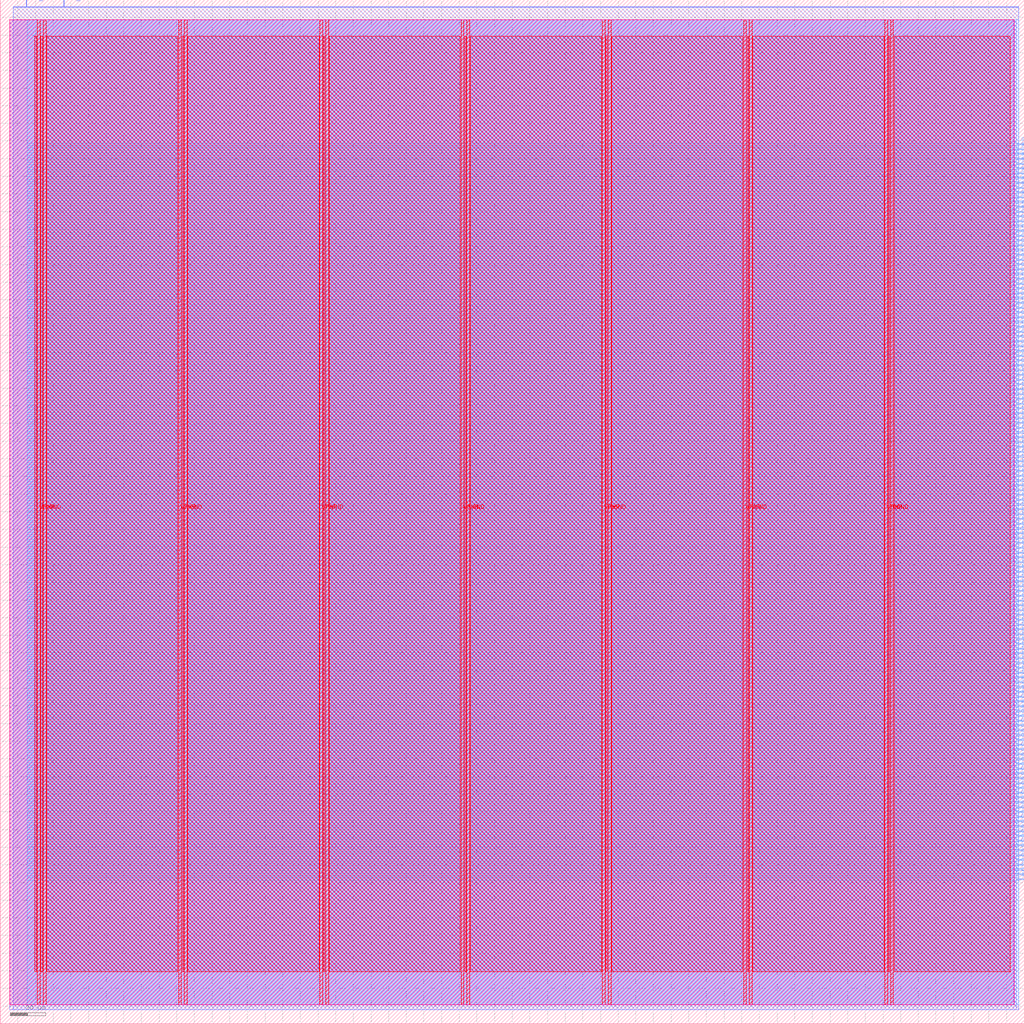
<source format=lef>
VERSION 5.7 ;
  NOWIREEXTENSIONATPIN ON ;
  DIVIDERCHAR "/" ;
  BUSBITCHARS "[]" ;
MACRO ctu_can
  CLASS BLOCK ;
  FOREIGN ctu_can ;
  ORIGIN 0.000 0.000 ;
  SIZE 580.000 BY 580.000 ;
  PIN VGND
    DIRECTION INOUT ;
    USE GROUND ;
    PORT
      LAYER met4 ;
        RECT 24.340 10.640 25.940 568.720 ;
    END
    PORT
      LAYER met4 ;
        RECT 104.340 10.640 105.940 568.720 ;
    END
    PORT
      LAYER met4 ;
        RECT 184.340 10.640 185.940 568.720 ;
    END
    PORT
      LAYER met4 ;
        RECT 264.340 10.640 265.940 568.720 ;
    END
    PORT
      LAYER met4 ;
        RECT 344.340 10.640 345.940 568.720 ;
    END
    PORT
      LAYER met4 ;
        RECT 424.340 10.640 425.940 568.720 ;
    END
    PORT
      LAYER met4 ;
        RECT 504.340 10.640 505.940 568.720 ;
    END
  END VGND
  PIN VPWR
    DIRECTION INOUT ;
    USE POWER ;
    PORT
      LAYER met4 ;
        RECT 21.040 10.640 22.640 568.720 ;
    END
    PORT
      LAYER met4 ;
        RECT 101.040 10.640 102.640 568.720 ;
    END
    PORT
      LAYER met4 ;
        RECT 181.040 10.640 182.640 568.720 ;
    END
    PORT
      LAYER met4 ;
        RECT 261.040 10.640 262.640 568.720 ;
    END
    PORT
      LAYER met4 ;
        RECT 341.040 10.640 342.640 568.720 ;
    END
    PORT
      LAYER met4 ;
        RECT 421.040 10.640 422.640 568.720 ;
    END
    PORT
      LAYER met4 ;
        RECT 501.040 10.640 502.640 568.720 ;
    END
  END VPWR
  PIN adress[0]
    DIRECTION INPUT ;
    USE SIGNAL ;
    PORT
      LAYER met3 ;
        RECT 576.000 457.000 580.000 457.600 ;
    END
  END adress[0]
  PIN adress[10]
    DIRECTION INPUT ;
    USE SIGNAL ;
    ANTENNAGATEAREA 0.560700 ;
    ANTENNADIFFAREA 0.434700 ;
    PORT
      LAYER met3 ;
        RECT 576.000 484.200 580.000 484.800 ;
    END
  END adress[10]
  PIN adress[11]
    DIRECTION INPUT ;
    USE SIGNAL ;
    ANTENNAGATEAREA 0.560700 ;
    ANTENNADIFFAREA 0.434700 ;
    PORT
      LAYER met3 ;
        RECT 576.000 486.920 580.000 487.520 ;
    END
  END adress[11]
  PIN adress[12]
    DIRECTION INPUT ;
    USE SIGNAL ;
    PORT
      LAYER met3 ;
        RECT 576.000 489.640 580.000 490.240 ;
    END
  END adress[12]
  PIN adress[13]
    DIRECTION INPUT ;
    USE SIGNAL ;
    PORT
      LAYER met3 ;
        RECT 576.000 492.360 580.000 492.960 ;
    END
  END adress[13]
  PIN adress[14]
    DIRECTION INPUT ;
    USE SIGNAL ;
    PORT
      LAYER met3 ;
        RECT 576.000 495.080 580.000 495.680 ;
    END
  END adress[14]
  PIN adress[15]
    DIRECTION INPUT ;
    USE SIGNAL ;
    PORT
      LAYER met3 ;
        RECT 576.000 497.800 580.000 498.400 ;
    END
  END adress[15]
  PIN adress[1]
    DIRECTION INPUT ;
    USE SIGNAL ;
    PORT
      LAYER met3 ;
        RECT 576.000 459.720 580.000 460.320 ;
    END
  END adress[1]
  PIN adress[2]
    DIRECTION INPUT ;
    USE SIGNAL ;
    ANTENNAGATEAREA 0.560700 ;
    ANTENNADIFFAREA 0.434700 ;
    PORT
      LAYER met3 ;
        RECT 576.000 462.440 580.000 463.040 ;
    END
  END adress[2]
  PIN adress[3]
    DIRECTION INPUT ;
    USE SIGNAL ;
    ANTENNAGATEAREA 0.560700 ;
    ANTENNADIFFAREA 0.434700 ;
    PORT
      LAYER met3 ;
        RECT 576.000 465.160 580.000 465.760 ;
    END
  END adress[3]
  PIN adress[4]
    DIRECTION INPUT ;
    USE SIGNAL ;
    ANTENNAGATEAREA 0.560700 ;
    ANTENNADIFFAREA 0.434700 ;
    PORT
      LAYER met3 ;
        RECT 576.000 467.880 580.000 468.480 ;
    END
  END adress[4]
  PIN adress[5]
    DIRECTION INPUT ;
    USE SIGNAL ;
    ANTENNAGATEAREA 0.560700 ;
    ANTENNADIFFAREA 0.434700 ;
    PORT
      LAYER met3 ;
        RECT 576.000 470.600 580.000 471.200 ;
    END
  END adress[5]
  PIN adress[6]
    DIRECTION INPUT ;
    USE SIGNAL ;
    ANTENNAGATEAREA 0.560700 ;
    ANTENNADIFFAREA 0.434700 ;
    PORT
      LAYER met3 ;
        RECT 576.000 473.320 580.000 473.920 ;
    END
  END adress[6]
  PIN adress[7]
    DIRECTION INPUT ;
    USE SIGNAL ;
    ANTENNAGATEAREA 0.560700 ;
    ANTENNADIFFAREA 0.434700 ;
    PORT
      LAYER met3 ;
        RECT 576.000 476.040 580.000 476.640 ;
    END
  END adress[7]
  PIN adress[8]
    DIRECTION INPUT ;
    USE SIGNAL ;
    ANTENNAGATEAREA 0.560700 ;
    ANTENNADIFFAREA 0.434700 ;
    PORT
      LAYER met3 ;
        RECT 576.000 478.760 580.000 479.360 ;
    END
  END adress[8]
  PIN adress[9]
    DIRECTION INPUT ;
    USE SIGNAL ;
    ANTENNAGATEAREA 0.560700 ;
    ANTENNADIFFAREA 0.434700 ;
    PORT
      LAYER met3 ;
        RECT 576.000 481.480 580.000 482.080 ;
    END
  END adress[9]
  PIN can_rx
    DIRECTION INPUT ;
    USE SIGNAL ;
    ANTENNAGATEAREA 0.560700 ;
    ANTENNADIFFAREA 0.434700 ;
    PORT
      LAYER met2 ;
        RECT 14.810 576.000 15.090 580.000 ;
    END
  END can_rx
  PIN can_tx
    DIRECTION OUTPUT ;
    USE SIGNAL ;
    ANTENNAGATEAREA 0.434700 ;
    ANTENNADIFFAREA 3.107700 ;
    PORT
      LAYER met2 ;
        RECT 35.970 576.000 36.250 580.000 ;
    END
  END can_tx
  PIN clk_sys
    DIRECTION INPUT ;
    USE SIGNAL ;
    ANTENNAGATEAREA 1.286700 ;
    ANTENNADIFFAREA 0.434700 ;
    PORT
      LAYER met3 ;
        RECT 576.000 84.360 580.000 84.960 ;
    END
  END clk_sys
  PIN data_in[0]
    DIRECTION INPUT ;
    USE SIGNAL ;
    ANTENNAGATEAREA 0.560700 ;
    ANTENNADIFFAREA 0.434700 ;
    PORT
      LAYER met3 ;
        RECT 576.000 89.800 580.000 90.400 ;
    END
  END data_in[0]
  PIN data_in[10]
    DIRECTION INPUT ;
    USE SIGNAL ;
    ANTENNAGATEAREA 0.560700 ;
    ANTENNADIFFAREA 0.434700 ;
    PORT
      LAYER met3 ;
        RECT 576.000 117.000 580.000 117.600 ;
    END
  END data_in[10]
  PIN data_in[11]
    DIRECTION INPUT ;
    USE SIGNAL ;
    ANTENNAGATEAREA 0.560700 ;
    ANTENNADIFFAREA 0.434700 ;
    PORT
      LAYER met3 ;
        RECT 576.000 119.720 580.000 120.320 ;
    END
  END data_in[11]
  PIN data_in[12]
    DIRECTION INPUT ;
    USE SIGNAL ;
    ANTENNAGATEAREA 0.560700 ;
    ANTENNADIFFAREA 0.434700 ;
    PORT
      LAYER met3 ;
        RECT 576.000 122.440 580.000 123.040 ;
    END
  END data_in[12]
  PIN data_in[13]
    DIRECTION INPUT ;
    USE SIGNAL ;
    ANTENNAGATEAREA 0.560700 ;
    ANTENNADIFFAREA 0.434700 ;
    PORT
      LAYER met3 ;
        RECT 576.000 125.160 580.000 125.760 ;
    END
  END data_in[13]
  PIN data_in[14]
    DIRECTION INPUT ;
    USE SIGNAL ;
    ANTENNAGATEAREA 0.560700 ;
    ANTENNADIFFAREA 0.434700 ;
    PORT
      LAYER met3 ;
        RECT 576.000 127.880 580.000 128.480 ;
    END
  END data_in[14]
  PIN data_in[15]
    DIRECTION INPUT ;
    USE SIGNAL ;
    ANTENNAGATEAREA 0.560700 ;
    ANTENNADIFFAREA 0.434700 ;
    PORT
      LAYER met3 ;
        RECT 576.000 130.600 580.000 131.200 ;
    END
  END data_in[15]
  PIN data_in[16]
    DIRECTION INPUT ;
    USE SIGNAL ;
    ANTENNAGATEAREA 0.560700 ;
    ANTENNADIFFAREA 0.434700 ;
    PORT
      LAYER met3 ;
        RECT 576.000 133.320 580.000 133.920 ;
    END
  END data_in[16]
  PIN data_in[17]
    DIRECTION INPUT ;
    USE SIGNAL ;
    ANTENNAGATEAREA 0.560700 ;
    ANTENNADIFFAREA 0.434700 ;
    PORT
      LAYER met3 ;
        RECT 576.000 136.040 580.000 136.640 ;
    END
  END data_in[17]
  PIN data_in[18]
    DIRECTION INPUT ;
    USE SIGNAL ;
    ANTENNAGATEAREA 0.560700 ;
    ANTENNADIFFAREA 0.434700 ;
    PORT
      LAYER met3 ;
        RECT 576.000 138.760 580.000 139.360 ;
    END
  END data_in[18]
  PIN data_in[19]
    DIRECTION INPUT ;
    USE SIGNAL ;
    ANTENNAGATEAREA 0.560700 ;
    ANTENNADIFFAREA 0.434700 ;
    PORT
      LAYER met3 ;
        RECT 576.000 141.480 580.000 142.080 ;
    END
  END data_in[19]
  PIN data_in[1]
    DIRECTION INPUT ;
    USE SIGNAL ;
    ANTENNAGATEAREA 0.560700 ;
    ANTENNADIFFAREA 0.434700 ;
    PORT
      LAYER met3 ;
        RECT 576.000 92.520 580.000 93.120 ;
    END
  END data_in[1]
  PIN data_in[20]
    DIRECTION INPUT ;
    USE SIGNAL ;
    ANTENNAGATEAREA 0.560700 ;
    ANTENNADIFFAREA 0.434700 ;
    PORT
      LAYER met3 ;
        RECT 576.000 144.200 580.000 144.800 ;
    END
  END data_in[20]
  PIN data_in[21]
    DIRECTION INPUT ;
    USE SIGNAL ;
    ANTENNAGATEAREA 0.560700 ;
    ANTENNADIFFAREA 0.434700 ;
    PORT
      LAYER met3 ;
        RECT 576.000 146.920 580.000 147.520 ;
    END
  END data_in[21]
  PIN data_in[22]
    DIRECTION INPUT ;
    USE SIGNAL ;
    ANTENNAGATEAREA 0.560700 ;
    ANTENNADIFFAREA 0.434700 ;
    PORT
      LAYER met3 ;
        RECT 576.000 149.640 580.000 150.240 ;
    END
  END data_in[22]
  PIN data_in[23]
    DIRECTION INPUT ;
    USE SIGNAL ;
    ANTENNAGATEAREA 0.560700 ;
    ANTENNADIFFAREA 0.434700 ;
    PORT
      LAYER met3 ;
        RECT 576.000 152.360 580.000 152.960 ;
    END
  END data_in[23]
  PIN data_in[24]
    DIRECTION INPUT ;
    USE SIGNAL ;
    ANTENNAGATEAREA 0.560700 ;
    ANTENNADIFFAREA 0.434700 ;
    PORT
      LAYER met3 ;
        RECT 576.000 155.080 580.000 155.680 ;
    END
  END data_in[24]
  PIN data_in[25]
    DIRECTION INPUT ;
    USE SIGNAL ;
    ANTENNAGATEAREA 0.560700 ;
    ANTENNADIFFAREA 0.434700 ;
    PORT
      LAYER met3 ;
        RECT 576.000 157.800 580.000 158.400 ;
    END
  END data_in[25]
  PIN data_in[26]
    DIRECTION INPUT ;
    USE SIGNAL ;
    ANTENNAGATEAREA 0.560700 ;
    ANTENNADIFFAREA 0.434700 ;
    PORT
      LAYER met3 ;
        RECT 576.000 160.520 580.000 161.120 ;
    END
  END data_in[26]
  PIN data_in[27]
    DIRECTION INPUT ;
    USE SIGNAL ;
    ANTENNAGATEAREA 0.560700 ;
    ANTENNADIFFAREA 0.434700 ;
    PORT
      LAYER met3 ;
        RECT 576.000 163.240 580.000 163.840 ;
    END
  END data_in[27]
  PIN data_in[28]
    DIRECTION INPUT ;
    USE SIGNAL ;
    ANTENNAGATEAREA 0.560700 ;
    ANTENNADIFFAREA 0.434700 ;
    PORT
      LAYER met3 ;
        RECT 576.000 165.960 580.000 166.560 ;
    END
  END data_in[28]
  PIN data_in[29]
    DIRECTION INPUT ;
    USE SIGNAL ;
    ANTENNAGATEAREA 0.560700 ;
    ANTENNADIFFAREA 0.434700 ;
    PORT
      LAYER met3 ;
        RECT 576.000 168.680 580.000 169.280 ;
    END
  END data_in[29]
  PIN data_in[2]
    DIRECTION INPUT ;
    USE SIGNAL ;
    ANTENNAGATEAREA 0.560700 ;
    ANTENNADIFFAREA 0.434700 ;
    PORT
      LAYER met3 ;
        RECT 576.000 95.240 580.000 95.840 ;
    END
  END data_in[2]
  PIN data_in[30]
    DIRECTION INPUT ;
    USE SIGNAL ;
    ANTENNAGATEAREA 0.560700 ;
    ANTENNADIFFAREA 0.434700 ;
    PORT
      LAYER met3 ;
        RECT 576.000 171.400 580.000 172.000 ;
    END
  END data_in[30]
  PIN data_in[31]
    DIRECTION INPUT ;
    USE SIGNAL ;
    ANTENNAGATEAREA 0.560700 ;
    ANTENNADIFFAREA 0.434700 ;
    PORT
      LAYER met3 ;
        RECT 576.000 174.120 580.000 174.720 ;
    END
  END data_in[31]
  PIN data_in[3]
    DIRECTION INPUT ;
    USE SIGNAL ;
    ANTENNAGATEAREA 0.560700 ;
    ANTENNADIFFAREA 0.434700 ;
    PORT
      LAYER met3 ;
        RECT 576.000 97.960 580.000 98.560 ;
    END
  END data_in[3]
  PIN data_in[4]
    DIRECTION INPUT ;
    USE SIGNAL ;
    ANTENNAGATEAREA 0.560700 ;
    ANTENNADIFFAREA 0.434700 ;
    PORT
      LAYER met3 ;
        RECT 576.000 100.680 580.000 101.280 ;
    END
  END data_in[4]
  PIN data_in[5]
    DIRECTION INPUT ;
    USE SIGNAL ;
    ANTENNAGATEAREA 0.560700 ;
    ANTENNADIFFAREA 0.434700 ;
    PORT
      LAYER met3 ;
        RECT 576.000 103.400 580.000 104.000 ;
    END
  END data_in[5]
  PIN data_in[6]
    DIRECTION INPUT ;
    USE SIGNAL ;
    ANTENNAGATEAREA 0.560700 ;
    ANTENNADIFFAREA 0.434700 ;
    PORT
      LAYER met3 ;
        RECT 576.000 106.120 580.000 106.720 ;
    END
  END data_in[6]
  PIN data_in[7]
    DIRECTION INPUT ;
    USE SIGNAL ;
    ANTENNAGATEAREA 0.560700 ;
    ANTENNADIFFAREA 0.434700 ;
    PORT
      LAYER met3 ;
        RECT 576.000 108.840 580.000 109.440 ;
    END
  END data_in[7]
  PIN data_in[8]
    DIRECTION INPUT ;
    USE SIGNAL ;
    ANTENNAGATEAREA 0.560700 ;
    ANTENNADIFFAREA 0.434700 ;
    PORT
      LAYER met3 ;
        RECT 576.000 111.560 580.000 112.160 ;
    END
  END data_in[8]
  PIN data_in[9]
    DIRECTION INPUT ;
    USE SIGNAL ;
    ANTENNAGATEAREA 0.560700 ;
    ANTENNADIFFAREA 0.434700 ;
    PORT
      LAYER met3 ;
        RECT 576.000 114.280 580.000 114.880 ;
    END
  END data_in[9]
  PIN data_out[0]
    DIRECTION OUTPUT ;
    USE SIGNAL ;
    ANTENNAGATEAREA 0.434700 ;
    ANTENNADIFFAREA 3.107700 ;
    PORT
      LAYER met3 ;
        RECT 576.000 369.960 580.000 370.560 ;
    END
  END data_out[0]
  PIN data_out[10]
    DIRECTION OUTPUT ;
    USE SIGNAL ;
    ANTENNAGATEAREA 0.434700 ;
    ANTENNADIFFAREA 3.107700 ;
    PORT
      LAYER met3 ;
        RECT 576.000 397.160 580.000 397.760 ;
    END
  END data_out[10]
  PIN data_out[11]
    DIRECTION OUTPUT ;
    USE SIGNAL ;
    ANTENNAGATEAREA 0.434700 ;
    ANTENNADIFFAREA 3.107700 ;
    PORT
      LAYER met3 ;
        RECT 576.000 399.880 580.000 400.480 ;
    END
  END data_out[11]
  PIN data_out[12]
    DIRECTION OUTPUT ;
    USE SIGNAL ;
    ANTENNAGATEAREA 0.434700 ;
    ANTENNADIFFAREA 3.107700 ;
    PORT
      LAYER met3 ;
        RECT 576.000 402.600 580.000 403.200 ;
    END
  END data_out[12]
  PIN data_out[13]
    DIRECTION OUTPUT ;
    USE SIGNAL ;
    ANTENNAGATEAREA 0.434700 ;
    ANTENNADIFFAREA 3.107700 ;
    PORT
      LAYER met3 ;
        RECT 576.000 405.320 580.000 405.920 ;
    END
  END data_out[13]
  PIN data_out[14]
    DIRECTION OUTPUT ;
    USE SIGNAL ;
    ANTENNAGATEAREA 0.434700 ;
    ANTENNADIFFAREA 3.107700 ;
    PORT
      LAYER met3 ;
        RECT 576.000 408.040 580.000 408.640 ;
    END
  END data_out[14]
  PIN data_out[15]
    DIRECTION OUTPUT ;
    USE SIGNAL ;
    ANTENNAGATEAREA 0.434700 ;
    ANTENNADIFFAREA 3.107700 ;
    PORT
      LAYER met3 ;
        RECT 576.000 410.760 580.000 411.360 ;
    END
  END data_out[15]
  PIN data_out[16]
    DIRECTION OUTPUT ;
    USE SIGNAL ;
    ANTENNAGATEAREA 0.434700 ;
    ANTENNADIFFAREA 3.107700 ;
    PORT
      LAYER met3 ;
        RECT 576.000 413.480 580.000 414.080 ;
    END
  END data_out[16]
  PIN data_out[17]
    DIRECTION OUTPUT ;
    USE SIGNAL ;
    ANTENNAGATEAREA 0.434700 ;
    ANTENNADIFFAREA 3.107700 ;
    PORT
      LAYER met3 ;
        RECT 576.000 416.200 580.000 416.800 ;
    END
  END data_out[17]
  PIN data_out[18]
    DIRECTION OUTPUT ;
    USE SIGNAL ;
    ANTENNAGATEAREA 0.434700 ;
    ANTENNADIFFAREA 3.107700 ;
    PORT
      LAYER met3 ;
        RECT 576.000 418.920 580.000 419.520 ;
    END
  END data_out[18]
  PIN data_out[19]
    DIRECTION OUTPUT ;
    USE SIGNAL ;
    ANTENNAGATEAREA 0.434700 ;
    ANTENNADIFFAREA 3.107700 ;
    PORT
      LAYER met3 ;
        RECT 576.000 421.640 580.000 422.240 ;
    END
  END data_out[19]
  PIN data_out[1]
    DIRECTION OUTPUT ;
    USE SIGNAL ;
    ANTENNAGATEAREA 0.434700 ;
    ANTENNADIFFAREA 3.107700 ;
    PORT
      LAYER met3 ;
        RECT 576.000 372.680 580.000 373.280 ;
    END
  END data_out[1]
  PIN data_out[20]
    DIRECTION OUTPUT ;
    USE SIGNAL ;
    ANTENNAGATEAREA 0.434700 ;
    ANTENNADIFFAREA 3.107700 ;
    PORT
      LAYER met3 ;
        RECT 576.000 424.360 580.000 424.960 ;
    END
  END data_out[20]
  PIN data_out[21]
    DIRECTION OUTPUT ;
    USE SIGNAL ;
    ANTENNAGATEAREA 0.434700 ;
    ANTENNADIFFAREA 3.107700 ;
    PORT
      LAYER met3 ;
        RECT 576.000 427.080 580.000 427.680 ;
    END
  END data_out[21]
  PIN data_out[22]
    DIRECTION OUTPUT ;
    USE SIGNAL ;
    ANTENNAGATEAREA 0.434700 ;
    ANTENNADIFFAREA 3.107700 ;
    PORT
      LAYER met3 ;
        RECT 576.000 429.800 580.000 430.400 ;
    END
  END data_out[22]
  PIN data_out[23]
    DIRECTION OUTPUT ;
    USE SIGNAL ;
    ANTENNAGATEAREA 0.434700 ;
    ANTENNADIFFAREA 3.107700 ;
    PORT
      LAYER met3 ;
        RECT 576.000 432.520 580.000 433.120 ;
    END
  END data_out[23]
  PIN data_out[24]
    DIRECTION OUTPUT ;
    USE SIGNAL ;
    ANTENNAGATEAREA 0.434700 ;
    ANTENNADIFFAREA 3.107700 ;
    PORT
      LAYER met3 ;
        RECT 576.000 435.240 580.000 435.840 ;
    END
  END data_out[24]
  PIN data_out[25]
    DIRECTION OUTPUT ;
    USE SIGNAL ;
    ANTENNAGATEAREA 0.434700 ;
    ANTENNADIFFAREA 3.107700 ;
    PORT
      LAYER met3 ;
        RECT 576.000 437.960 580.000 438.560 ;
    END
  END data_out[25]
  PIN data_out[26]
    DIRECTION OUTPUT ;
    USE SIGNAL ;
    ANTENNAGATEAREA 0.434700 ;
    ANTENNADIFFAREA 3.107700 ;
    PORT
      LAYER met3 ;
        RECT 576.000 440.680 580.000 441.280 ;
    END
  END data_out[26]
  PIN data_out[27]
    DIRECTION OUTPUT ;
    USE SIGNAL ;
    ANTENNAGATEAREA 0.434700 ;
    ANTENNADIFFAREA 3.107700 ;
    PORT
      LAYER met3 ;
        RECT 576.000 443.400 580.000 444.000 ;
    END
  END data_out[27]
  PIN data_out[28]
    DIRECTION OUTPUT ;
    USE SIGNAL ;
    ANTENNAGATEAREA 0.434700 ;
    ANTENNADIFFAREA 3.107700 ;
    PORT
      LAYER met3 ;
        RECT 576.000 446.120 580.000 446.720 ;
    END
  END data_out[28]
  PIN data_out[29]
    DIRECTION OUTPUT ;
    USE SIGNAL ;
    ANTENNAGATEAREA 0.434700 ;
    ANTENNADIFFAREA 3.107700 ;
    PORT
      LAYER met3 ;
        RECT 576.000 448.840 580.000 449.440 ;
    END
  END data_out[29]
  PIN data_out[2]
    DIRECTION OUTPUT ;
    USE SIGNAL ;
    ANTENNAGATEAREA 0.434700 ;
    ANTENNADIFFAREA 3.107700 ;
    PORT
      LAYER met3 ;
        RECT 576.000 375.400 580.000 376.000 ;
    END
  END data_out[2]
  PIN data_out[30]
    DIRECTION OUTPUT ;
    USE SIGNAL ;
    ANTENNAGATEAREA 0.434700 ;
    ANTENNADIFFAREA 3.107700 ;
    PORT
      LAYER met3 ;
        RECT 576.000 451.560 580.000 452.160 ;
    END
  END data_out[30]
  PIN data_out[31]
    DIRECTION OUTPUT ;
    USE SIGNAL ;
    ANTENNAGATEAREA 0.434700 ;
    ANTENNADIFFAREA 3.107700 ;
    PORT
      LAYER met3 ;
        RECT 576.000 454.280 580.000 454.880 ;
    END
  END data_out[31]
  PIN data_out[3]
    DIRECTION OUTPUT ;
    USE SIGNAL ;
    ANTENNAGATEAREA 0.434700 ;
    ANTENNADIFFAREA 3.107700 ;
    PORT
      LAYER met3 ;
        RECT 576.000 378.120 580.000 378.720 ;
    END
  END data_out[3]
  PIN data_out[4]
    DIRECTION OUTPUT ;
    USE SIGNAL ;
    ANTENNAGATEAREA 0.434700 ;
    ANTENNADIFFAREA 3.107700 ;
    PORT
      LAYER met3 ;
        RECT 576.000 380.840 580.000 381.440 ;
    END
  END data_out[4]
  PIN data_out[5]
    DIRECTION OUTPUT ;
    USE SIGNAL ;
    ANTENNAGATEAREA 0.434700 ;
    ANTENNADIFFAREA 3.107700 ;
    PORT
      LAYER met3 ;
        RECT 576.000 383.560 580.000 384.160 ;
    END
  END data_out[5]
  PIN data_out[6]
    DIRECTION OUTPUT ;
    USE SIGNAL ;
    ANTENNAGATEAREA 0.434700 ;
    ANTENNADIFFAREA 3.107700 ;
    PORT
      LAYER met3 ;
        RECT 576.000 386.280 580.000 386.880 ;
    END
  END data_out[6]
  PIN data_out[7]
    DIRECTION OUTPUT ;
    USE SIGNAL ;
    ANTENNAGATEAREA 0.434700 ;
    ANTENNADIFFAREA 3.107700 ;
    PORT
      LAYER met3 ;
        RECT 576.000 389.000 580.000 389.600 ;
    END
  END data_out[7]
  PIN data_out[8]
    DIRECTION OUTPUT ;
    USE SIGNAL ;
    ANTENNAGATEAREA 0.434700 ;
    ANTENNADIFFAREA 3.107700 ;
    PORT
      LAYER met3 ;
        RECT 576.000 391.720 580.000 392.320 ;
    END
  END data_out[8]
  PIN data_out[9]
    DIRECTION OUTPUT ;
    USE SIGNAL ;
    ANTENNAGATEAREA 0.434700 ;
    ANTENNADIFFAREA 3.107700 ;
    PORT
      LAYER met3 ;
        RECT 576.000 394.440 580.000 395.040 ;
    END
  END data_out[9]
  PIN int_
    DIRECTION OUTPUT ;
    USE SIGNAL ;
    ANTENNAGATEAREA 0.434700 ;
    ANTENNADIFFAREA 3.107700 ;
    PORT
      LAYER met3 ;
        RECT 576.000 81.640 580.000 82.240 ;
    END
  END int_
  PIN res_n
    DIRECTION INPUT ;
    USE SIGNAL ;
    ANTENNAGATEAREA 0.631200 ;
    ANTENNADIFFAREA 0.434700 ;
    PORT
      LAYER met3 ;
        RECT 576.000 87.080 580.000 87.680 ;
    END
  END res_n
  PIN sbe[0]
    DIRECTION INPUT ;
    USE SIGNAL ;
    ANTENNAGATEAREA 0.593700 ;
    ANTENNADIFFAREA 0.434700 ;
    PORT
      LAYER met3 ;
        RECT 576.000 176.840 580.000 177.440 ;
    END
  END sbe[0]
  PIN sbe[1]
    DIRECTION INPUT ;
    USE SIGNAL ;
    ANTENNAGATEAREA 0.647700 ;
    ANTENNADIFFAREA 0.434700 ;
    PORT
      LAYER met3 ;
        RECT 576.000 179.560 580.000 180.160 ;
    END
  END sbe[1]
  PIN sbe[2]
    DIRECTION INPUT ;
    USE SIGNAL ;
    ANTENNAGATEAREA 0.647700 ;
    ANTENNADIFFAREA 0.434700 ;
    PORT
      LAYER met3 ;
        RECT 576.000 182.280 580.000 182.880 ;
    END
  END sbe[2]
  PIN sbe[3]
    DIRECTION INPUT ;
    USE SIGNAL ;
    ANTENNAGATEAREA 0.647700 ;
    ANTENNADIFFAREA 0.434700 ;
    PORT
      LAYER met3 ;
        RECT 576.000 185.000 580.000 185.600 ;
    END
  END sbe[3]
  PIN scs
    DIRECTION INPUT ;
    USE SIGNAL ;
    ANTENNAGATEAREA 0.647700 ;
    ANTENNADIFFAREA 0.434700 ;
    PORT
      LAYER met3 ;
        RECT 576.000 187.720 580.000 188.320 ;
    END
  END scs
  PIN srd
    DIRECTION INPUT ;
    USE SIGNAL ;
    ANTENNAGATEAREA 0.647700 ;
    ANTENNADIFFAREA 0.434700 ;
    PORT
      LAYER met3 ;
        RECT 576.000 190.440 580.000 191.040 ;
    END
  END srd
  PIN swr
    DIRECTION INPUT ;
    USE SIGNAL ;
    ANTENNAGATEAREA 0.593700 ;
    ANTENNADIFFAREA 0.434700 ;
    PORT
      LAYER met3 ;
        RECT 576.000 193.160 580.000 193.760 ;
    END
  END swr
  PIN timestamp[0]
    DIRECTION INPUT ;
    USE SIGNAL ;
    ANTENNAGATEAREA 0.682200 ;
    ANTENNADIFFAREA 0.434700 ;
    PORT
      LAYER met3 ;
        RECT 576.000 195.880 580.000 196.480 ;
    END
  END timestamp[0]
  PIN timestamp[10]
    DIRECTION INPUT ;
    USE SIGNAL ;
    ANTENNAGATEAREA 0.647700 ;
    ANTENNADIFFAREA 0.434700 ;
    PORT
      LAYER met3 ;
        RECT 576.000 223.080 580.000 223.680 ;
    END
  END timestamp[10]
  PIN timestamp[11]
    DIRECTION INPUT ;
    USE SIGNAL ;
    ANTENNAGATEAREA 0.682200 ;
    ANTENNADIFFAREA 0.434700 ;
    PORT
      LAYER met3 ;
        RECT 576.000 225.800 580.000 226.400 ;
    END
  END timestamp[11]
  PIN timestamp[12]
    DIRECTION INPUT ;
    USE SIGNAL ;
    ANTENNAGATEAREA 0.647700 ;
    ANTENNADIFFAREA 0.434700 ;
    PORT
      LAYER met3 ;
        RECT 576.000 228.520 580.000 229.120 ;
    END
  END timestamp[12]
  PIN timestamp[13]
    DIRECTION INPUT ;
    USE SIGNAL ;
    ANTENNAGATEAREA 0.682200 ;
    ANTENNADIFFAREA 0.434700 ;
    PORT
      LAYER met3 ;
        RECT 576.000 231.240 580.000 231.840 ;
    END
  END timestamp[13]
  PIN timestamp[14]
    DIRECTION INPUT ;
    USE SIGNAL ;
    ANTENNAGATEAREA 0.631200 ;
    ANTENNADIFFAREA 0.434700 ;
    PORT
      LAYER met3 ;
        RECT 576.000 233.960 580.000 234.560 ;
    END
  END timestamp[14]
  PIN timestamp[15]
    DIRECTION INPUT ;
    USE SIGNAL ;
    ANTENNAGATEAREA 0.647700 ;
    ANTENNADIFFAREA 0.434700 ;
    PORT
      LAYER met3 ;
        RECT 576.000 236.680 580.000 237.280 ;
    END
  END timestamp[15]
  PIN timestamp[16]
    DIRECTION INPUT ;
    USE SIGNAL ;
    ANTENNAGATEAREA 0.682200 ;
    ANTENNADIFFAREA 0.434700 ;
    PORT
      LAYER met3 ;
        RECT 576.000 239.400 580.000 240.000 ;
    END
  END timestamp[16]
  PIN timestamp[17]
    DIRECTION INPUT ;
    USE SIGNAL ;
    ANTENNAGATEAREA 0.682200 ;
    ANTENNADIFFAREA 0.434700 ;
    PORT
      LAYER met3 ;
        RECT 576.000 242.120 580.000 242.720 ;
    END
  END timestamp[17]
  PIN timestamp[18]
    DIRECTION INPUT ;
    USE SIGNAL ;
    ANTENNAGATEAREA 0.682200 ;
    ANTENNADIFFAREA 0.434700 ;
    PORT
      LAYER met3 ;
        RECT 576.000 244.840 580.000 245.440 ;
    END
  END timestamp[18]
  PIN timestamp[19]
    DIRECTION INPUT ;
    USE SIGNAL ;
    ANTENNAGATEAREA 0.682200 ;
    ANTENNADIFFAREA 0.434700 ;
    PORT
      LAYER met3 ;
        RECT 576.000 247.560 580.000 248.160 ;
    END
  END timestamp[19]
  PIN timestamp[1]
    DIRECTION INPUT ;
    USE SIGNAL ;
    ANTENNAGATEAREA 0.682200 ;
    ANTENNADIFFAREA 0.434700 ;
    PORT
      LAYER met3 ;
        RECT 576.000 198.600 580.000 199.200 ;
    END
  END timestamp[1]
  PIN timestamp[20]
    DIRECTION INPUT ;
    USE SIGNAL ;
    ANTENNAGATEAREA 0.682200 ;
    ANTENNADIFFAREA 0.434700 ;
    PORT
      LAYER met3 ;
        RECT 576.000 250.280 580.000 250.880 ;
    END
  END timestamp[20]
  PIN timestamp[21]
    DIRECTION INPUT ;
    USE SIGNAL ;
    ANTENNAGATEAREA 0.682200 ;
    ANTENNADIFFAREA 0.434700 ;
    PORT
      LAYER met3 ;
        RECT 576.000 253.000 580.000 253.600 ;
    END
  END timestamp[21]
  PIN timestamp[22]
    DIRECTION INPUT ;
    USE SIGNAL ;
    ANTENNAGATEAREA 0.682200 ;
    ANTENNADIFFAREA 0.434700 ;
    PORT
      LAYER met3 ;
        RECT 576.000 255.720 580.000 256.320 ;
    END
  END timestamp[22]
  PIN timestamp[23]
    DIRECTION INPUT ;
    USE SIGNAL ;
    ANTENNAGATEAREA 0.682200 ;
    ANTENNADIFFAREA 0.434700 ;
    PORT
      LAYER met3 ;
        RECT 576.000 258.440 580.000 259.040 ;
    END
  END timestamp[23]
  PIN timestamp[24]
    DIRECTION INPUT ;
    USE SIGNAL ;
    ANTENNAGATEAREA 0.647700 ;
    ANTENNADIFFAREA 0.434700 ;
    PORT
      LAYER met3 ;
        RECT 576.000 261.160 580.000 261.760 ;
    END
  END timestamp[24]
  PIN timestamp[25]
    DIRECTION INPUT ;
    USE SIGNAL ;
    ANTENNAGATEAREA 0.682200 ;
    ANTENNADIFFAREA 0.434700 ;
    PORT
      LAYER met3 ;
        RECT 576.000 263.880 580.000 264.480 ;
    END
  END timestamp[25]
  PIN timestamp[26]
    DIRECTION INPUT ;
    USE SIGNAL ;
    ANTENNAGATEAREA 0.682200 ;
    ANTENNADIFFAREA 0.434700 ;
    PORT
      LAYER met3 ;
        RECT 576.000 266.600 580.000 267.200 ;
    END
  END timestamp[26]
  PIN timestamp[27]
    DIRECTION INPUT ;
    USE SIGNAL ;
    ANTENNAGATEAREA 0.647700 ;
    ANTENNADIFFAREA 0.434700 ;
    PORT
      LAYER met3 ;
        RECT 576.000 269.320 580.000 269.920 ;
    END
  END timestamp[27]
  PIN timestamp[28]
    DIRECTION INPUT ;
    USE SIGNAL ;
    ANTENNAGATEAREA 0.682200 ;
    ANTENNADIFFAREA 0.434700 ;
    PORT
      LAYER met3 ;
        RECT 576.000 272.040 580.000 272.640 ;
    END
  END timestamp[28]
  PIN timestamp[29]
    DIRECTION INPUT ;
    USE SIGNAL ;
    ANTENNAGATEAREA 0.682200 ;
    ANTENNADIFFAREA 0.434700 ;
    PORT
      LAYER met3 ;
        RECT 576.000 274.760 580.000 275.360 ;
    END
  END timestamp[29]
  PIN timestamp[2]
    DIRECTION INPUT ;
    USE SIGNAL ;
    ANTENNAGATEAREA 0.647700 ;
    ANTENNADIFFAREA 0.434700 ;
    PORT
      LAYER met3 ;
        RECT 576.000 201.320 580.000 201.920 ;
    END
  END timestamp[2]
  PIN timestamp[30]
    DIRECTION INPUT ;
    USE SIGNAL ;
    ANTENNAGATEAREA 0.647700 ;
    ANTENNADIFFAREA 0.434700 ;
    PORT
      LAYER met3 ;
        RECT 576.000 277.480 580.000 278.080 ;
    END
  END timestamp[30]
  PIN timestamp[31]
    DIRECTION INPUT ;
    USE SIGNAL ;
    ANTENNAGATEAREA 0.647700 ;
    ANTENNADIFFAREA 0.434700 ;
    PORT
      LAYER met3 ;
        RECT 576.000 280.200 580.000 280.800 ;
    END
  END timestamp[31]
  PIN timestamp[32]
    DIRECTION INPUT ;
    USE SIGNAL ;
    ANTENNAGATEAREA 0.647700 ;
    ANTENNADIFFAREA 0.434700 ;
    PORT
      LAYER met3 ;
        RECT 576.000 282.920 580.000 283.520 ;
    END
  END timestamp[32]
  PIN timestamp[33]
    DIRECTION INPUT ;
    USE SIGNAL ;
    ANTENNAGATEAREA 0.647700 ;
    ANTENNADIFFAREA 0.434700 ;
    PORT
      LAYER met3 ;
        RECT 576.000 285.640 580.000 286.240 ;
    END
  END timestamp[33]
  PIN timestamp[34]
    DIRECTION INPUT ;
    USE SIGNAL ;
    ANTENNAGATEAREA 0.647700 ;
    ANTENNADIFFAREA 0.434700 ;
    PORT
      LAYER met3 ;
        RECT 576.000 288.360 580.000 288.960 ;
    END
  END timestamp[34]
  PIN timestamp[35]
    DIRECTION INPUT ;
    USE SIGNAL ;
    ANTENNAGATEAREA 0.647700 ;
    ANTENNADIFFAREA 0.434700 ;
    PORT
      LAYER met3 ;
        RECT 576.000 291.080 580.000 291.680 ;
    END
  END timestamp[35]
  PIN timestamp[36]
    DIRECTION INPUT ;
    USE SIGNAL ;
    ANTENNAGATEAREA 0.647700 ;
    ANTENNADIFFAREA 0.434700 ;
    PORT
      LAYER met3 ;
        RECT 576.000 293.800 580.000 294.400 ;
    END
  END timestamp[36]
  PIN timestamp[37]
    DIRECTION INPUT ;
    USE SIGNAL ;
    ANTENNAGATEAREA 0.647700 ;
    ANTENNADIFFAREA 0.434700 ;
    PORT
      LAYER met3 ;
        RECT 576.000 296.520 580.000 297.120 ;
    END
  END timestamp[37]
  PIN timestamp[38]
    DIRECTION INPUT ;
    USE SIGNAL ;
    ANTENNAGATEAREA 0.647700 ;
    ANTENNADIFFAREA 0.434700 ;
    PORT
      LAYER met3 ;
        RECT 576.000 299.240 580.000 299.840 ;
    END
  END timestamp[38]
  PIN timestamp[39]
    DIRECTION INPUT ;
    USE SIGNAL ;
    ANTENNAGATEAREA 0.647700 ;
    ANTENNADIFFAREA 0.434700 ;
    PORT
      LAYER met3 ;
        RECT 576.000 301.960 580.000 302.560 ;
    END
  END timestamp[39]
  PIN timestamp[3]
    DIRECTION INPUT ;
    USE SIGNAL ;
    ANTENNAGATEAREA 0.647700 ;
    ANTENNADIFFAREA 0.434700 ;
    PORT
      LAYER met3 ;
        RECT 576.000 204.040 580.000 204.640 ;
    END
  END timestamp[3]
  PIN timestamp[40]
    DIRECTION INPUT ;
    USE SIGNAL ;
    ANTENNAGATEAREA 0.647700 ;
    ANTENNADIFFAREA 0.434700 ;
    PORT
      LAYER met3 ;
        RECT 576.000 304.680 580.000 305.280 ;
    END
  END timestamp[40]
  PIN timestamp[41]
    DIRECTION INPUT ;
    USE SIGNAL ;
    ANTENNAGATEAREA 0.647700 ;
    ANTENNADIFFAREA 0.434700 ;
    PORT
      LAYER met3 ;
        RECT 576.000 307.400 580.000 308.000 ;
    END
  END timestamp[41]
  PIN timestamp[42]
    DIRECTION INPUT ;
    USE SIGNAL ;
    ANTENNAGATEAREA 0.647700 ;
    ANTENNADIFFAREA 0.434700 ;
    PORT
      LAYER met3 ;
        RECT 576.000 310.120 580.000 310.720 ;
    END
  END timestamp[42]
  PIN timestamp[43]
    DIRECTION INPUT ;
    USE SIGNAL ;
    ANTENNAGATEAREA 0.647700 ;
    ANTENNADIFFAREA 0.434700 ;
    PORT
      LAYER met3 ;
        RECT 576.000 312.840 580.000 313.440 ;
    END
  END timestamp[43]
  PIN timestamp[44]
    DIRECTION INPUT ;
    USE SIGNAL ;
    ANTENNAGATEAREA 0.647700 ;
    ANTENNADIFFAREA 0.434700 ;
    PORT
      LAYER met3 ;
        RECT 576.000 315.560 580.000 316.160 ;
    END
  END timestamp[44]
  PIN timestamp[45]
    DIRECTION INPUT ;
    USE SIGNAL ;
    ANTENNAGATEAREA 0.682200 ;
    ANTENNADIFFAREA 0.434700 ;
    PORT
      LAYER met3 ;
        RECT 576.000 318.280 580.000 318.880 ;
    END
  END timestamp[45]
  PIN timestamp[46]
    DIRECTION INPUT ;
    USE SIGNAL ;
    ANTENNAGATEAREA 0.647700 ;
    ANTENNADIFFAREA 0.434700 ;
    PORT
      LAYER met3 ;
        RECT 576.000 321.000 580.000 321.600 ;
    END
  END timestamp[46]
  PIN timestamp[47]
    DIRECTION INPUT ;
    USE SIGNAL ;
    ANTENNAGATEAREA 0.647700 ;
    ANTENNADIFFAREA 0.434700 ;
    PORT
      LAYER met3 ;
        RECT 576.000 323.720 580.000 324.320 ;
    END
  END timestamp[47]
  PIN timestamp[48]
    DIRECTION INPUT ;
    USE SIGNAL ;
    ANTENNAGATEAREA 0.647700 ;
    ANTENNADIFFAREA 0.434700 ;
    PORT
      LAYER met3 ;
        RECT 576.000 326.440 580.000 327.040 ;
    END
  END timestamp[48]
  PIN timestamp[49]
    DIRECTION INPUT ;
    USE SIGNAL ;
    ANTENNAGATEAREA 0.647700 ;
    ANTENNADIFFAREA 0.434700 ;
    PORT
      LAYER met3 ;
        RECT 576.000 329.160 580.000 329.760 ;
    END
  END timestamp[49]
  PIN timestamp[4]
    DIRECTION INPUT ;
    USE SIGNAL ;
    ANTENNAGATEAREA 0.682200 ;
    ANTENNADIFFAREA 0.434700 ;
    PORT
      LAYER met3 ;
        RECT 576.000 206.760 580.000 207.360 ;
    END
  END timestamp[4]
  PIN timestamp[50]
    DIRECTION INPUT ;
    USE SIGNAL ;
    ANTENNAGATEAREA 0.647700 ;
    ANTENNADIFFAREA 0.434700 ;
    PORT
      LAYER met3 ;
        RECT 576.000 331.880 580.000 332.480 ;
    END
  END timestamp[50]
  PIN timestamp[51]
    DIRECTION INPUT ;
    USE SIGNAL ;
    ANTENNAGATEAREA 0.647700 ;
    ANTENNADIFFAREA 0.434700 ;
    PORT
      LAYER met3 ;
        RECT 576.000 334.600 580.000 335.200 ;
    END
  END timestamp[51]
  PIN timestamp[52]
    DIRECTION INPUT ;
    USE SIGNAL ;
    ANTENNAGATEAREA 0.682200 ;
    ANTENNADIFFAREA 0.434700 ;
    PORT
      LAYER met3 ;
        RECT 576.000 337.320 580.000 337.920 ;
    END
  END timestamp[52]
  PIN timestamp[53]
    DIRECTION INPUT ;
    USE SIGNAL ;
    ANTENNAGATEAREA 0.682200 ;
    ANTENNADIFFAREA 0.434700 ;
    PORT
      LAYER met3 ;
        RECT 576.000 340.040 580.000 340.640 ;
    END
  END timestamp[53]
  PIN timestamp[54]
    DIRECTION INPUT ;
    USE SIGNAL ;
    ANTENNAGATEAREA 0.647700 ;
    ANTENNADIFFAREA 0.434700 ;
    PORT
      LAYER met3 ;
        RECT 576.000 342.760 580.000 343.360 ;
    END
  END timestamp[54]
  PIN timestamp[55]
    DIRECTION INPUT ;
    USE SIGNAL ;
    ANTENNAGATEAREA 0.682200 ;
    ANTENNADIFFAREA 0.434700 ;
    PORT
      LAYER met3 ;
        RECT 576.000 345.480 580.000 346.080 ;
    END
  END timestamp[55]
  PIN timestamp[56]
    DIRECTION INPUT ;
    USE SIGNAL ;
    ANTENNAGATEAREA 0.647700 ;
    ANTENNADIFFAREA 0.434700 ;
    PORT
      LAYER met3 ;
        RECT 576.000 348.200 580.000 348.800 ;
    END
  END timestamp[56]
  PIN timestamp[57]
    DIRECTION INPUT ;
    USE SIGNAL ;
    ANTENNAGATEAREA 0.682200 ;
    ANTENNADIFFAREA 0.434700 ;
    PORT
      LAYER met3 ;
        RECT 576.000 350.920 580.000 351.520 ;
    END
  END timestamp[57]
  PIN timestamp[58]
    DIRECTION INPUT ;
    USE SIGNAL ;
    ANTENNAGATEAREA 0.682200 ;
    ANTENNADIFFAREA 0.434700 ;
    PORT
      LAYER met3 ;
        RECT 576.000 353.640 580.000 354.240 ;
    END
  END timestamp[58]
  PIN timestamp[59]
    DIRECTION INPUT ;
    USE SIGNAL ;
    ANTENNAGATEAREA 0.647700 ;
    ANTENNADIFFAREA 0.434700 ;
    PORT
      LAYER met3 ;
        RECT 576.000 356.360 580.000 356.960 ;
    END
  END timestamp[59]
  PIN timestamp[5]
    DIRECTION INPUT ;
    USE SIGNAL ;
    ANTENNAGATEAREA 0.682200 ;
    ANTENNADIFFAREA 0.434700 ;
    PORT
      LAYER met3 ;
        RECT 576.000 209.480 580.000 210.080 ;
    END
  END timestamp[5]
  PIN timestamp[60]
    DIRECTION INPUT ;
    USE SIGNAL ;
    ANTENNAGATEAREA 0.682200 ;
    ANTENNADIFFAREA 0.434700 ;
    PORT
      LAYER met3 ;
        RECT 576.000 359.080 580.000 359.680 ;
    END
  END timestamp[60]
  PIN timestamp[61]
    DIRECTION INPUT ;
    USE SIGNAL ;
    ANTENNAGATEAREA 0.647700 ;
    ANTENNADIFFAREA 0.434700 ;
    PORT
      LAYER met3 ;
        RECT 576.000 361.800 580.000 362.400 ;
    END
  END timestamp[61]
  PIN timestamp[62]
    DIRECTION INPUT ;
    USE SIGNAL ;
    ANTENNAGATEAREA 0.682200 ;
    ANTENNADIFFAREA 0.434700 ;
    PORT
      LAYER met3 ;
        RECT 576.000 364.520 580.000 365.120 ;
    END
  END timestamp[62]
  PIN timestamp[63]
    DIRECTION INPUT ;
    USE SIGNAL ;
    ANTENNAGATEAREA 0.647700 ;
    ANTENNADIFFAREA 0.434700 ;
    PORT
      LAYER met3 ;
        RECT 576.000 367.240 580.000 367.840 ;
    END
  END timestamp[63]
  PIN timestamp[6]
    DIRECTION INPUT ;
    USE SIGNAL ;
    ANTENNAGATEAREA 0.682200 ;
    ANTENNADIFFAREA 0.434700 ;
    PORT
      LAYER met3 ;
        RECT 576.000 212.200 580.000 212.800 ;
    END
  END timestamp[6]
  PIN timestamp[7]
    DIRECTION INPUT ;
    USE SIGNAL ;
    ANTENNAGATEAREA 0.682200 ;
    ANTENNADIFFAREA 0.434700 ;
    PORT
      LAYER met3 ;
        RECT 576.000 214.920 580.000 215.520 ;
    END
  END timestamp[7]
  PIN timestamp[8]
    DIRECTION INPUT ;
    USE SIGNAL ;
    ANTENNAGATEAREA 0.682200 ;
    ANTENNADIFFAREA 0.434700 ;
    PORT
      LAYER met3 ;
        RECT 576.000 217.640 580.000 218.240 ;
    END
  END timestamp[8]
  PIN timestamp[9]
    DIRECTION INPUT ;
    USE SIGNAL ;
    ANTENNAGATEAREA 0.682200 ;
    ANTENNADIFFAREA 0.434700 ;
    PORT
      LAYER met3 ;
        RECT 576.000 220.360 580.000 220.960 ;
    END
  END timestamp[9]
  OBS
      LAYER nwell ;
        RECT 5.330 10.795 574.270 568.670 ;
      LAYER li1 ;
        RECT 5.520 10.795 574.080 568.565 ;
      LAYER met1 ;
        RECT 5.520 7.860 575.390 568.720 ;
      LAYER met2 ;
        RECT 7.460 575.720 14.530 576.000 ;
        RECT 15.370 575.720 35.690 576.000 ;
        RECT 36.530 575.720 576.750 576.000 ;
        RECT 7.460 7.830 576.750 575.720 ;
      LAYER met3 ;
        RECT 15.245 498.800 576.775 568.645 ;
        RECT 15.245 497.400 575.600 498.800 ;
        RECT 15.245 496.080 576.775 497.400 ;
        RECT 15.245 494.680 575.600 496.080 ;
        RECT 15.245 493.360 576.775 494.680 ;
        RECT 15.245 491.960 575.600 493.360 ;
        RECT 15.245 490.640 576.775 491.960 ;
        RECT 15.245 489.240 575.600 490.640 ;
        RECT 15.245 487.920 576.775 489.240 ;
        RECT 15.245 486.520 575.600 487.920 ;
        RECT 15.245 485.200 576.775 486.520 ;
        RECT 15.245 483.800 575.600 485.200 ;
        RECT 15.245 482.480 576.775 483.800 ;
        RECT 15.245 481.080 575.600 482.480 ;
        RECT 15.245 479.760 576.775 481.080 ;
        RECT 15.245 478.360 575.600 479.760 ;
        RECT 15.245 477.040 576.775 478.360 ;
        RECT 15.245 475.640 575.600 477.040 ;
        RECT 15.245 474.320 576.775 475.640 ;
        RECT 15.245 472.920 575.600 474.320 ;
        RECT 15.245 471.600 576.775 472.920 ;
        RECT 15.245 470.200 575.600 471.600 ;
        RECT 15.245 468.880 576.775 470.200 ;
        RECT 15.245 467.480 575.600 468.880 ;
        RECT 15.245 466.160 576.775 467.480 ;
        RECT 15.245 464.760 575.600 466.160 ;
        RECT 15.245 463.440 576.775 464.760 ;
        RECT 15.245 462.040 575.600 463.440 ;
        RECT 15.245 460.720 576.775 462.040 ;
        RECT 15.245 459.320 575.600 460.720 ;
        RECT 15.245 458.000 576.775 459.320 ;
        RECT 15.245 456.600 575.600 458.000 ;
        RECT 15.245 455.280 576.775 456.600 ;
        RECT 15.245 453.880 575.600 455.280 ;
        RECT 15.245 452.560 576.775 453.880 ;
        RECT 15.245 451.160 575.600 452.560 ;
        RECT 15.245 449.840 576.775 451.160 ;
        RECT 15.245 448.440 575.600 449.840 ;
        RECT 15.245 447.120 576.775 448.440 ;
        RECT 15.245 445.720 575.600 447.120 ;
        RECT 15.245 444.400 576.775 445.720 ;
        RECT 15.245 443.000 575.600 444.400 ;
        RECT 15.245 441.680 576.775 443.000 ;
        RECT 15.245 440.280 575.600 441.680 ;
        RECT 15.245 438.960 576.775 440.280 ;
        RECT 15.245 437.560 575.600 438.960 ;
        RECT 15.245 436.240 576.775 437.560 ;
        RECT 15.245 434.840 575.600 436.240 ;
        RECT 15.245 433.520 576.775 434.840 ;
        RECT 15.245 432.120 575.600 433.520 ;
        RECT 15.245 430.800 576.775 432.120 ;
        RECT 15.245 429.400 575.600 430.800 ;
        RECT 15.245 428.080 576.775 429.400 ;
        RECT 15.245 426.680 575.600 428.080 ;
        RECT 15.245 425.360 576.775 426.680 ;
        RECT 15.245 423.960 575.600 425.360 ;
        RECT 15.245 422.640 576.775 423.960 ;
        RECT 15.245 421.240 575.600 422.640 ;
        RECT 15.245 419.920 576.775 421.240 ;
        RECT 15.245 418.520 575.600 419.920 ;
        RECT 15.245 417.200 576.775 418.520 ;
        RECT 15.245 415.800 575.600 417.200 ;
        RECT 15.245 414.480 576.775 415.800 ;
        RECT 15.245 413.080 575.600 414.480 ;
        RECT 15.245 411.760 576.775 413.080 ;
        RECT 15.245 410.360 575.600 411.760 ;
        RECT 15.245 409.040 576.775 410.360 ;
        RECT 15.245 407.640 575.600 409.040 ;
        RECT 15.245 406.320 576.775 407.640 ;
        RECT 15.245 404.920 575.600 406.320 ;
        RECT 15.245 403.600 576.775 404.920 ;
        RECT 15.245 402.200 575.600 403.600 ;
        RECT 15.245 400.880 576.775 402.200 ;
        RECT 15.245 399.480 575.600 400.880 ;
        RECT 15.245 398.160 576.775 399.480 ;
        RECT 15.245 396.760 575.600 398.160 ;
        RECT 15.245 395.440 576.775 396.760 ;
        RECT 15.245 394.040 575.600 395.440 ;
        RECT 15.245 392.720 576.775 394.040 ;
        RECT 15.245 391.320 575.600 392.720 ;
        RECT 15.245 390.000 576.775 391.320 ;
        RECT 15.245 388.600 575.600 390.000 ;
        RECT 15.245 387.280 576.775 388.600 ;
        RECT 15.245 385.880 575.600 387.280 ;
        RECT 15.245 384.560 576.775 385.880 ;
        RECT 15.245 383.160 575.600 384.560 ;
        RECT 15.245 381.840 576.775 383.160 ;
        RECT 15.245 380.440 575.600 381.840 ;
        RECT 15.245 379.120 576.775 380.440 ;
        RECT 15.245 377.720 575.600 379.120 ;
        RECT 15.245 376.400 576.775 377.720 ;
        RECT 15.245 375.000 575.600 376.400 ;
        RECT 15.245 373.680 576.775 375.000 ;
        RECT 15.245 372.280 575.600 373.680 ;
        RECT 15.245 370.960 576.775 372.280 ;
        RECT 15.245 369.560 575.600 370.960 ;
        RECT 15.245 368.240 576.775 369.560 ;
        RECT 15.245 366.840 575.600 368.240 ;
        RECT 15.245 365.520 576.775 366.840 ;
        RECT 15.245 364.120 575.600 365.520 ;
        RECT 15.245 362.800 576.775 364.120 ;
        RECT 15.245 361.400 575.600 362.800 ;
        RECT 15.245 360.080 576.775 361.400 ;
        RECT 15.245 358.680 575.600 360.080 ;
        RECT 15.245 357.360 576.775 358.680 ;
        RECT 15.245 355.960 575.600 357.360 ;
        RECT 15.245 354.640 576.775 355.960 ;
        RECT 15.245 353.240 575.600 354.640 ;
        RECT 15.245 351.920 576.775 353.240 ;
        RECT 15.245 350.520 575.600 351.920 ;
        RECT 15.245 349.200 576.775 350.520 ;
        RECT 15.245 347.800 575.600 349.200 ;
        RECT 15.245 346.480 576.775 347.800 ;
        RECT 15.245 345.080 575.600 346.480 ;
        RECT 15.245 343.760 576.775 345.080 ;
        RECT 15.245 342.360 575.600 343.760 ;
        RECT 15.245 341.040 576.775 342.360 ;
        RECT 15.245 339.640 575.600 341.040 ;
        RECT 15.245 338.320 576.775 339.640 ;
        RECT 15.245 336.920 575.600 338.320 ;
        RECT 15.245 335.600 576.775 336.920 ;
        RECT 15.245 334.200 575.600 335.600 ;
        RECT 15.245 332.880 576.775 334.200 ;
        RECT 15.245 331.480 575.600 332.880 ;
        RECT 15.245 330.160 576.775 331.480 ;
        RECT 15.245 328.760 575.600 330.160 ;
        RECT 15.245 327.440 576.775 328.760 ;
        RECT 15.245 326.040 575.600 327.440 ;
        RECT 15.245 324.720 576.775 326.040 ;
        RECT 15.245 323.320 575.600 324.720 ;
        RECT 15.245 322.000 576.775 323.320 ;
        RECT 15.245 320.600 575.600 322.000 ;
        RECT 15.245 319.280 576.775 320.600 ;
        RECT 15.245 317.880 575.600 319.280 ;
        RECT 15.245 316.560 576.775 317.880 ;
        RECT 15.245 315.160 575.600 316.560 ;
        RECT 15.245 313.840 576.775 315.160 ;
        RECT 15.245 312.440 575.600 313.840 ;
        RECT 15.245 311.120 576.775 312.440 ;
        RECT 15.245 309.720 575.600 311.120 ;
        RECT 15.245 308.400 576.775 309.720 ;
        RECT 15.245 307.000 575.600 308.400 ;
        RECT 15.245 305.680 576.775 307.000 ;
        RECT 15.245 304.280 575.600 305.680 ;
        RECT 15.245 302.960 576.775 304.280 ;
        RECT 15.245 301.560 575.600 302.960 ;
        RECT 15.245 300.240 576.775 301.560 ;
        RECT 15.245 298.840 575.600 300.240 ;
        RECT 15.245 297.520 576.775 298.840 ;
        RECT 15.245 296.120 575.600 297.520 ;
        RECT 15.245 294.800 576.775 296.120 ;
        RECT 15.245 293.400 575.600 294.800 ;
        RECT 15.245 292.080 576.775 293.400 ;
        RECT 15.245 290.680 575.600 292.080 ;
        RECT 15.245 289.360 576.775 290.680 ;
        RECT 15.245 287.960 575.600 289.360 ;
        RECT 15.245 286.640 576.775 287.960 ;
        RECT 15.245 285.240 575.600 286.640 ;
        RECT 15.245 283.920 576.775 285.240 ;
        RECT 15.245 282.520 575.600 283.920 ;
        RECT 15.245 281.200 576.775 282.520 ;
        RECT 15.245 279.800 575.600 281.200 ;
        RECT 15.245 278.480 576.775 279.800 ;
        RECT 15.245 277.080 575.600 278.480 ;
        RECT 15.245 275.760 576.775 277.080 ;
        RECT 15.245 274.360 575.600 275.760 ;
        RECT 15.245 273.040 576.775 274.360 ;
        RECT 15.245 271.640 575.600 273.040 ;
        RECT 15.245 270.320 576.775 271.640 ;
        RECT 15.245 268.920 575.600 270.320 ;
        RECT 15.245 267.600 576.775 268.920 ;
        RECT 15.245 266.200 575.600 267.600 ;
        RECT 15.245 264.880 576.775 266.200 ;
        RECT 15.245 263.480 575.600 264.880 ;
        RECT 15.245 262.160 576.775 263.480 ;
        RECT 15.245 260.760 575.600 262.160 ;
        RECT 15.245 259.440 576.775 260.760 ;
        RECT 15.245 258.040 575.600 259.440 ;
        RECT 15.245 256.720 576.775 258.040 ;
        RECT 15.245 255.320 575.600 256.720 ;
        RECT 15.245 254.000 576.775 255.320 ;
        RECT 15.245 252.600 575.600 254.000 ;
        RECT 15.245 251.280 576.775 252.600 ;
        RECT 15.245 249.880 575.600 251.280 ;
        RECT 15.245 248.560 576.775 249.880 ;
        RECT 15.245 247.160 575.600 248.560 ;
        RECT 15.245 245.840 576.775 247.160 ;
        RECT 15.245 244.440 575.600 245.840 ;
        RECT 15.245 243.120 576.775 244.440 ;
        RECT 15.245 241.720 575.600 243.120 ;
        RECT 15.245 240.400 576.775 241.720 ;
        RECT 15.245 239.000 575.600 240.400 ;
        RECT 15.245 237.680 576.775 239.000 ;
        RECT 15.245 236.280 575.600 237.680 ;
        RECT 15.245 234.960 576.775 236.280 ;
        RECT 15.245 233.560 575.600 234.960 ;
        RECT 15.245 232.240 576.775 233.560 ;
        RECT 15.245 230.840 575.600 232.240 ;
        RECT 15.245 229.520 576.775 230.840 ;
        RECT 15.245 228.120 575.600 229.520 ;
        RECT 15.245 226.800 576.775 228.120 ;
        RECT 15.245 225.400 575.600 226.800 ;
        RECT 15.245 224.080 576.775 225.400 ;
        RECT 15.245 222.680 575.600 224.080 ;
        RECT 15.245 221.360 576.775 222.680 ;
        RECT 15.245 219.960 575.600 221.360 ;
        RECT 15.245 218.640 576.775 219.960 ;
        RECT 15.245 217.240 575.600 218.640 ;
        RECT 15.245 215.920 576.775 217.240 ;
        RECT 15.245 214.520 575.600 215.920 ;
        RECT 15.245 213.200 576.775 214.520 ;
        RECT 15.245 211.800 575.600 213.200 ;
        RECT 15.245 210.480 576.775 211.800 ;
        RECT 15.245 209.080 575.600 210.480 ;
        RECT 15.245 207.760 576.775 209.080 ;
        RECT 15.245 206.360 575.600 207.760 ;
        RECT 15.245 205.040 576.775 206.360 ;
        RECT 15.245 203.640 575.600 205.040 ;
        RECT 15.245 202.320 576.775 203.640 ;
        RECT 15.245 200.920 575.600 202.320 ;
        RECT 15.245 199.600 576.775 200.920 ;
        RECT 15.245 198.200 575.600 199.600 ;
        RECT 15.245 196.880 576.775 198.200 ;
        RECT 15.245 195.480 575.600 196.880 ;
        RECT 15.245 194.160 576.775 195.480 ;
        RECT 15.245 192.760 575.600 194.160 ;
        RECT 15.245 191.440 576.775 192.760 ;
        RECT 15.245 190.040 575.600 191.440 ;
        RECT 15.245 188.720 576.775 190.040 ;
        RECT 15.245 187.320 575.600 188.720 ;
        RECT 15.245 186.000 576.775 187.320 ;
        RECT 15.245 184.600 575.600 186.000 ;
        RECT 15.245 183.280 576.775 184.600 ;
        RECT 15.245 181.880 575.600 183.280 ;
        RECT 15.245 180.560 576.775 181.880 ;
        RECT 15.245 179.160 575.600 180.560 ;
        RECT 15.245 177.840 576.775 179.160 ;
        RECT 15.245 176.440 575.600 177.840 ;
        RECT 15.245 175.120 576.775 176.440 ;
        RECT 15.245 173.720 575.600 175.120 ;
        RECT 15.245 172.400 576.775 173.720 ;
        RECT 15.245 171.000 575.600 172.400 ;
        RECT 15.245 169.680 576.775 171.000 ;
        RECT 15.245 168.280 575.600 169.680 ;
        RECT 15.245 166.960 576.775 168.280 ;
        RECT 15.245 165.560 575.600 166.960 ;
        RECT 15.245 164.240 576.775 165.560 ;
        RECT 15.245 162.840 575.600 164.240 ;
        RECT 15.245 161.520 576.775 162.840 ;
        RECT 15.245 160.120 575.600 161.520 ;
        RECT 15.245 158.800 576.775 160.120 ;
        RECT 15.245 157.400 575.600 158.800 ;
        RECT 15.245 156.080 576.775 157.400 ;
        RECT 15.245 154.680 575.600 156.080 ;
        RECT 15.245 153.360 576.775 154.680 ;
        RECT 15.245 151.960 575.600 153.360 ;
        RECT 15.245 150.640 576.775 151.960 ;
        RECT 15.245 149.240 575.600 150.640 ;
        RECT 15.245 147.920 576.775 149.240 ;
        RECT 15.245 146.520 575.600 147.920 ;
        RECT 15.245 145.200 576.775 146.520 ;
        RECT 15.245 143.800 575.600 145.200 ;
        RECT 15.245 142.480 576.775 143.800 ;
        RECT 15.245 141.080 575.600 142.480 ;
        RECT 15.245 139.760 576.775 141.080 ;
        RECT 15.245 138.360 575.600 139.760 ;
        RECT 15.245 137.040 576.775 138.360 ;
        RECT 15.245 135.640 575.600 137.040 ;
        RECT 15.245 134.320 576.775 135.640 ;
        RECT 15.245 132.920 575.600 134.320 ;
        RECT 15.245 131.600 576.775 132.920 ;
        RECT 15.245 130.200 575.600 131.600 ;
        RECT 15.245 128.880 576.775 130.200 ;
        RECT 15.245 127.480 575.600 128.880 ;
        RECT 15.245 126.160 576.775 127.480 ;
        RECT 15.245 124.760 575.600 126.160 ;
        RECT 15.245 123.440 576.775 124.760 ;
        RECT 15.245 122.040 575.600 123.440 ;
        RECT 15.245 120.720 576.775 122.040 ;
        RECT 15.245 119.320 575.600 120.720 ;
        RECT 15.245 118.000 576.775 119.320 ;
        RECT 15.245 116.600 575.600 118.000 ;
        RECT 15.245 115.280 576.775 116.600 ;
        RECT 15.245 113.880 575.600 115.280 ;
        RECT 15.245 112.560 576.775 113.880 ;
        RECT 15.245 111.160 575.600 112.560 ;
        RECT 15.245 109.840 576.775 111.160 ;
        RECT 15.245 108.440 575.600 109.840 ;
        RECT 15.245 107.120 576.775 108.440 ;
        RECT 15.245 105.720 575.600 107.120 ;
        RECT 15.245 104.400 576.775 105.720 ;
        RECT 15.245 103.000 575.600 104.400 ;
        RECT 15.245 101.680 576.775 103.000 ;
        RECT 15.245 100.280 575.600 101.680 ;
        RECT 15.245 98.960 576.775 100.280 ;
        RECT 15.245 97.560 575.600 98.960 ;
        RECT 15.245 96.240 576.775 97.560 ;
        RECT 15.245 94.840 575.600 96.240 ;
        RECT 15.245 93.520 576.775 94.840 ;
        RECT 15.245 92.120 575.600 93.520 ;
        RECT 15.245 90.800 576.775 92.120 ;
        RECT 15.245 89.400 575.600 90.800 ;
        RECT 15.245 88.080 576.775 89.400 ;
        RECT 15.245 86.680 575.600 88.080 ;
        RECT 15.245 85.360 576.775 86.680 ;
        RECT 15.245 83.960 575.600 85.360 ;
        RECT 15.245 82.640 576.775 83.960 ;
        RECT 15.245 81.240 575.600 82.640 ;
        RECT 15.245 10.715 576.775 81.240 ;
      LAYER met4 ;
        RECT 19.615 29.415 20.640 559.465 ;
        RECT 23.040 29.415 23.940 559.465 ;
        RECT 26.340 29.415 100.640 559.465 ;
        RECT 103.040 29.415 103.940 559.465 ;
        RECT 106.340 29.415 180.640 559.465 ;
        RECT 183.040 29.415 183.940 559.465 ;
        RECT 186.340 29.415 260.640 559.465 ;
        RECT 263.040 29.415 263.940 559.465 ;
        RECT 266.340 29.415 340.640 559.465 ;
        RECT 343.040 29.415 343.940 559.465 ;
        RECT 346.340 29.415 420.640 559.465 ;
        RECT 423.040 29.415 423.940 559.465 ;
        RECT 426.340 29.415 500.640 559.465 ;
        RECT 503.040 29.415 503.940 559.465 ;
        RECT 506.340 29.415 571.945 559.465 ;
  END
END ctu_can
END LIBRARY


</source>
